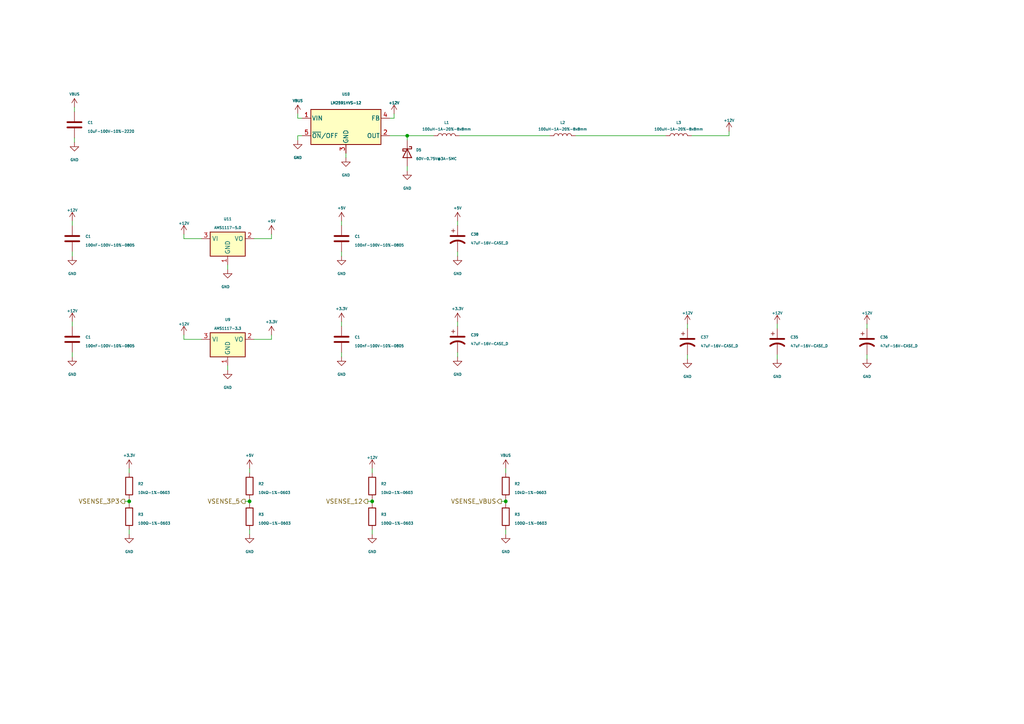
<source format=kicad_sch>
(kicad_sch (version 20230121) (generator eeschema)
  (paper "A4")
  (lib_symbols
    (symbol "Device:C" (pin_numbers hide) (pin_names (offset 0.254))
      (property "Reference" "C" (at 0.635 2.54 0))
      (property "Value" "C" (at 0.635 -2.54 0))
      (symbol "C_0_1"
        (polyline (pts (xy -2.032 -0.762) (xy 2.032 -0.762)) (stroke (width 0.508)))
        (polyline (pts (xy -2.032 0.762) (xy 2.032 0.762)) (stroke (width 0.508)))
      )
      (symbol "C_1_1"
        (pin passive line (at 0 3.81 270) (length 2.794) (name "~") (number "1"))
        (pin passive line (at 0 -3.81 90) (length 2.794) (name "~") (number "2"))
      )
    )
    (symbol "Device:C_Polarized_US" (pin_numbers hide) (pin_names (offset 0.254) hide)
      (property "Reference" "C" (at 0.635 2.54 0))
      (property "Value" "C_Polarized_US" (at 0.635 -2.54 0))
      (symbol "C_Polarized_US_0_1"
        (polyline (pts (xy -2.032 0.762) (xy 2.032 0.762)) (stroke (width 0.508)))
        (polyline (pts (xy -1.778 2.286) (xy -0.762 2.286)))
        (polyline (pts (xy -1.27 1.778) (xy -1.27 2.794)))
        (arc (start 2.032 -1.27) (mid 0 -0.5572) (end -2.032 -1.27) (stroke (width 0.508)))
      )
      (symbol "C_Polarized_US_1_1"
        (pin passive line (at 0 3.81 270) (length 2.794) (name "~") (number "1"))
        (pin passive line (at 0 -3.81 90) (length 3.302) (name "~") (number "2"))
      )
    )
    (symbol "Device:D_Schottky" (pin_numbers hide) (pin_names (offset 1.016) hide)
      (property "Reference" "D" (at 0 2.54 0))
      (property "Value" "D_Schottky" (at 0 -2.54 0))
      (symbol "D_Schottky_0_1"
        (polyline (pts (xy 1.27 0) (xy -1.27 0)))
        (polyline (pts (xy 1.27 1.27) (xy 1.27 -1.27) (xy -1.27 0) (xy 1.27 1.27)) (stroke (width 0.254)))
        (polyline (pts (xy -1.905 0.635) (xy -1.905 1.27) (xy -1.27 1.27) (xy -1.27 -1.27) (xy -0.635 -1.27) (xy -0.635 -0.635)) (stroke (width 0.254)))
      )
      (symbol "D_Schottky_1_1"
        (pin passive line (at -3.81 0 0) (length 2.54) (name "K") (number "1"))
        (pin passive line (at 3.81 0 180) (length 2.54) (name "A") (number "2"))
      )
    )
    (symbol "Device:L" (pin_numbers hide) (pin_names (offset 1.016) hide)
      (property "Reference" "L" (at -1.27 0 90))
      (property "Value" "L" (at 1.905 0 90))
      (symbol "L_0_1"
        (arc (start 0 -2.54) (mid 0.6323 -1.905) (end 0 -1.27))
        (arc (start 0 -1.27) (mid 0.6323 -0.635) (end 0 0))
        (arc (start 0 0) (mid 0.6323 0.635) (end 0 1.27))
        (arc (start 0 1.27) (mid 0.6323 1.905) (end 0 2.54))
      )
      (symbol "L_1_1"
        (pin passive line (at 0 3.81 270) (length 1.27) (name "1") (number "1"))
        (pin passive line (at 0 -3.81 90) (length 1.27) (name "2") (number "2"))
      )
    )
    (symbol "Device:R" (pin_numbers hide) (pin_names (offset 0))
      (property "Reference" "R" (at 2.032 0 90))
      (property "Value" "R" (at 0 0 90))
      (symbol "R_0_1"
        (rectangle (start -1.016 -2.54) (end 1.016 2.54) (stroke (width 0.254)))
      )
      (symbol "R_1_1"
        (pin passive line (at 0 3.81 270) (length 1.27) (name "~") (number "1"))
        (pin passive line (at 0 -3.81 90) (length 1.27) (name "~") (number "2"))
      )
    )
    (symbol "Regulator_Linear:AMS1117-3.3"
      (property "Reference" "U" (at -3.81 3.175 0))
      (property "Value" "AMS1117-3.3" (at 0 3.175 0))
      (symbol "AMS1117-3.3_0_1"
        (rectangle (start -5.08 -5.08) (end 5.08 1.905) (stroke (width 0.254)) (fill (type background)))
      )
      (symbol "AMS1117-3.3_1_1"
        (pin power_in line (at 0 -7.62 90) (length 2.54) (name "GND") (number "1"))
        (pin power_out line (at 7.62 0 180) (length 2.54) (name "VO") (number "2"))
        (pin power_in line (at -7.62 0 0) (length 2.54) (name "VI") (number "3"))
      )
    )
    (symbol "Regulator_Linear:AMS1117-5.0"
      (property "Reference" "U" (at -3.81 3.175 0))
      (property "Value" "AMS1117-5.0" (at 0 3.175 0))
      (symbol "AMS1117-5.0_0_1"
        (rectangle (start -5.08 -5.08) (end 5.08 1.905) (stroke (width 0.254)) (fill (type background)))
      )
      (symbol "AMS1117-5.0_1_1"
        (pin power_in line (at 0 -7.62 90) (length 2.54) (name "GND") (number "1"))
        (pin power_out line (at 7.62 0 180) (length 2.54) (name "VO") (number "2"))
        (pin power_in line (at -7.62 0 0) (length 2.54) (name "VI") (number "3"))
      )
    )
    (symbol "Regulator_Switching:LM2576HVS-12" (pin_names (offset 0.254))
      (property "Reference" "U" (at -10.16 6.35 0))
      (property "Value" "LM2576HVS-12" (at 0 6.35 0))
      (symbol "LM2576HVS-12_0_1"
        (rectangle (start -10.16 5.08) (end 10.16 -5.08) (stroke (width 0.254)) (fill (type background)))
      )
      (symbol "LM2576HVS-12_1_1"
        (pin power_in line (at -12.7 2.54 0) (length 2.54) (name "VIN") (number "1"))
        (pin output line (at 12.7 -2.54 180) (length 2.54) (name "OUT") (number "2"))
        (pin power_in line (at 0 -7.62 90) (length 2.54) (name "GND") (number "3"))
        (pin input line (at 12.7 2.54 180) (length 2.54) (name "FB") (number "4"))
        (pin input line (at -12.7 -2.54 0) (length 2.54) (name "~{ON}/OFF") (number "5"))
      )
    )
    (symbol "power:+12V" (power) (pin_names (offset 0))
      (property "Value" "+12V" (at 0 3.556 0))
      (symbol "+12V_0_1"
        (polyline (pts (xy -0.762 1.27) (xy 0 2.54)))
        (polyline (pts (xy 0 0) (xy 0 2.54)))
        (polyline (pts (xy 0 2.54) (xy 0.762 1.27)))
      )
      (symbol "+12V_1_1"
        (pin power_in line (at 0 0 90) (length 0) hide (name "+12V") (number "1"))
      )
    )
    (symbol "power:+3.3V" (power) (pin_names (offset 0))
      (property "Value" "+3.3V" (at 0 3.556 0))
      (symbol "+3.3V_0_1"
        (polyline (pts (xy -0.762 1.27) (xy 0 2.54)))
        (polyline (pts (xy 0 0) (xy 0 2.54)))
        (polyline (pts (xy 0 2.54) (xy 0.762 1.27)))
      )
      (symbol "+3.3V_1_1"
        (pin power_in line (at 0 0 90) (length 0) hide (name "+3.3V") (number "1"))
      )
    )
    (symbol "power:+5V" (power) (pin_names (offset 0))
      (property "Value" "+5V" (at 0 3.556 0))
      (symbol "+5V_0_1"
        (polyline (pts (xy -0.762 1.27) (xy 0 2.54)))
        (polyline (pts (xy 0 0) (xy 0 2.54)))
        (polyline (pts (xy 0 2.54) (xy 0.762 1.27)))
      )
      (symbol "+5V_1_1"
        (pin power_in line (at 0 0 90) (length 0) hide (name "+5V") (number "1"))
      )
    )
    (symbol "power:GND" (power) (pin_names (offset 0))
      (property "Value" "GND" (at 0 -3.81 0))
      (symbol "GND_0_1"
        (polyline (pts (xy 0 0) (xy 0 -1.27) (xy 1.27 -1.27) (xy 0 -2.54) (xy -1.27 -1.27) (xy 0 -1.27)))
      )
      (symbol "GND_1_1"
        (pin power_in line (at 0 0 270) (length 0) hide (name "GND") (number "1"))
      )
    )
    (symbol "power:VBUS" (power) (pin_names (offset 0))
      (property "Value" "VBUS" (at 0 3.81 0))
      (symbol "VBUS_0_1"
        (polyline (pts (xy -0.762 1.27) (xy 0 2.54)))
        (polyline (pts (xy 0 0) (xy 0 2.54)))
        (polyline (pts (xy 0 2.54) (xy 0.762 1.27)))
      )
      (symbol "VBUS_1_1"
        (pin power_in line (at 0 0 90) (length 0) hide (name "VBUS") (number "1"))
      )
    )
  )
  (junction (at 146.685 145.415))
  (junction (at 107.95 145.415))
  (junction (at 118.11 39.37))
  (junction (at 37.465 145.415))
  (junction (at 72.39 145.415))
  (wire (pts (xy 66.04 106.045) (xy 66.04 107.315)))
  (wire (pts (xy 78.74 97.155) (xy 78.74 98.425)))
  (wire (pts (xy 132.715 93.345) (xy 132.715 94.615)))
  (wire (pts (xy 86.36 33.02) (xy 86.36 34.29)))
  (wire (pts (xy 66.04 76.835) (xy 66.04 78.105)))
  (wire (pts (xy 86.36 39.37) (xy 86.36 40.64)))
  (wire (pts (xy 86.36 34.29) (xy 87.63 34.29)))
  (wire (pts (xy 114.3 34.29) (xy 113.03 34.29)))
  (wire (pts (xy 167.005 39.37) (xy 193.04 39.37)))
  (wire (pts (xy 99.06 64.135) (xy 99.06 65.405)))
  (wire (pts (xy 37.465 135.89) (xy 37.465 137.16)))
  (wire (pts (xy 146.685 144.78) (xy 146.685 145.415)))
  (wire (pts (xy 118.11 40.64) (xy 118.11 39.37)))
  (wire (pts (xy 133.35 39.37) (xy 159.385 39.37)))
  (wire (pts (xy 72.39 145.415) (xy 72.39 146.05)))
  (wire (pts (xy 21.59 40.005) (xy 21.59 41.275)))
  (wire (pts (xy 118.11 39.37) (xy 113.03 39.37)))
  (wire (pts (xy 107.95 135.89) (xy 107.95 137.16)))
  (wire (pts (xy 53.34 67.945) (xy 53.34 69.215)))
  (wire (pts (xy 107.95 144.78) (xy 107.95 145.415)))
  (wire (pts (xy 20.955 73.025) (xy 20.955 74.295)))
  (wire (pts (xy 146.685 145.415) (xy 146.685 146.05)))
  (wire (pts (xy 20.955 93.345) (xy 20.955 94.615)))
  (wire (pts (xy 114.3 33.02) (xy 114.3 34.29)))
  (wire (pts (xy 71.12 145.415) (xy 72.39 145.415)))
  (wire (pts (xy 86.36 39.37) (xy 87.63 39.37)))
  (wire (pts (xy 78.74 67.945) (xy 78.74 69.215)))
  (wire (pts (xy 20.955 102.235) (xy 20.955 103.505)))
  (wire (pts (xy 251.46 102.87) (xy 251.46 104.14)))
  (wire (pts (xy 145.415 145.415) (xy 146.685 145.415)))
  (wire (pts (xy 73.66 69.215) (xy 78.74 69.215)))
  (wire (pts (xy 21.59 31.115) (xy 21.59 32.385)))
  (wire (pts (xy 118.11 48.26) (xy 118.11 49.53)))
  (wire (pts (xy 100.33 44.45) (xy 100.33 45.72)))
  (wire (pts (xy 36.195 145.415) (xy 37.465 145.415)))
  (wire (pts (xy 251.46 93.98) (xy 251.46 95.25)))
  (wire (pts (xy 72.39 135.89) (xy 72.39 137.16)))
  (wire (pts (xy 106.68 145.415) (xy 107.95 145.415)))
  (wire (pts (xy 53.34 98.425) (xy 58.42 98.425)))
  (wire (pts (xy 107.95 145.415) (xy 107.95 146.05)))
  (wire (pts (xy 37.465 144.78) (xy 37.465 145.415)))
  (wire (pts (xy 72.39 153.67) (xy 72.39 154.94)))
  (wire (pts (xy 146.685 135.89) (xy 146.685 137.16)))
  (wire (pts (xy 200.66 39.37) (xy 211.455 39.37)))
  (wire (pts (xy 118.11 39.37) (xy 125.73 39.37)))
  (wire (pts (xy 99.06 73.025) (xy 99.06 74.295)))
  (wire (pts (xy 225.425 93.98) (xy 225.425 95.25)))
  (wire (pts (xy 37.465 145.415) (xy 37.465 146.05)))
  (wire (pts (xy 72.39 144.78) (xy 72.39 145.415)))
  (wire (pts (xy 211.455 38.1) (xy 211.455 39.37)))
  (wire (pts (xy 53.34 97.155) (xy 53.34 98.425)))
  (wire (pts (xy 146.685 153.67) (xy 146.685 154.94)))
  (wire (pts (xy 132.715 64.135) (xy 132.715 65.405)))
  (wire (pts (xy 132.715 73.025) (xy 132.715 74.295)))
  (wire (pts (xy 53.34 69.215) (xy 58.42 69.215)))
  (wire (pts (xy 37.465 153.67) (xy 37.465 154.94)))
  (wire (pts (xy 99.06 102.235) (xy 99.06 103.505)))
  (wire (pts (xy 107.95 153.67) (xy 107.95 154.94)))
  (wire (pts (xy 20.955 64.135) (xy 20.955 65.405)))
  (wire (pts (xy 73.66 98.425) (xy 78.74 98.425)))
  (wire (pts (xy 199.39 102.87) (xy 199.39 104.14)))
  (wire (pts (xy 99.06 93.345) (xy 99.06 94.615)))
  (wire (pts (xy 199.39 93.98) (xy 199.39 95.25)))
  (wire (pts (xy 132.715 102.235) (xy 132.715 103.505)))
  (wire (pts (xy 225.425 102.87) (xy 225.425 104.14)))
  (hierarchical_label "VSENSE_3P3" (shape output) (at 36.195 145.415 180))
  (hierarchical_label "VSENSE_12" (shape output) (at 106.68 145.415 180))
  (hierarchical_label "VSENSE_5" (shape output) (at 71.12 145.415 180))
  (hierarchical_label "VSENSE_VBUS" (shape output) (at 145.415 145.415 180))
  (symbol (lib_id "power:+12V") (at 225.425 93.98 0) (unit 1)
    (property "Reference" "#PWR08" (effects hide))
    (property "Value" "+12V" (at 225.425 90.805 0) (effects (font (size 0.75 0.75))))
    (instances (project "Knockoff Inverter" (path "" (reference "#PWR08") (unit 1)) (path "" (reference "#PWR029") (unit 1)) (path "" (reference "#PWR0107") (unit 1))))
  )
  (symbol (lib_id "power:+5V") (at 99.06 64.135 0) (unit 1)
    (property "Reference" "#PWR046" (effects hide))
    (property "Value" "+5V" (at 99.06 60.325 0) (effects (font (size 0.75 0.75))))
    (instances (project "Knockoff Inverter" (path "" (reference "#PWR046") (unit 1)) (path "" (reference "#PWR080") (unit 1)) (path "" (reference "#PWR0106") (unit 1))))
  )
  (symbol (lib_id "Device:L") (at 196.85 39.37 90) (unit 1)
    (property "Reference" "L3" (at 196.85 35.56 90) (effects (font (size 0.75 0.75))))
    (property "Value" "100uH-1A-20%-8x8mm" (at 196.85 37.465 90) (effects (font (size 0.75 0.75))))
    (property "Footprint" "Inductor_SMD:L_Sunlord_SWPA8040S" (effects hide))
    (property "LCSC" "C83468" (effects hide))
  )
  (symbol (lib_id "power:+12V") (at 251.46 93.98 0) (unit 1)
    (property "Reference" "#PWR08" (effects hide))
    (property "Value" "+12V" (at 251.46 90.805 0) (effects (font (size 0.75 0.75))))
    (instances (project "Knockoff Inverter" (path "" (reference "#PWR08") (unit 1)) (path "" (reference "#PWR029") (unit 1)) (path "" (reference "#PWR0109") (unit 1))))
  )
  (symbol (lib_id "power:VBUS") (at 86.36 33.02 0) (unit 1)
    (property "Reference" "#PWR016" (effects hide))
    (property "Value" "VBUS" (at 86.36 29.21 0) (effects (font (size 0.75 0.75))))
    (instances (project "Knockoff Inverter" (path "" (reference "#PWR016") (unit 1)) (path "" (reference "#PWR083") (unit 1))))
  )
  (symbol (lib_id "power:+5V") (at 132.715 64.135 0) (unit 1)
    (property "Reference" "#PWR046" (effects hide))
    (property "Value" "+5V" (at 132.715 60.325 0) (effects (font (size 0.75 0.75))))
    (instances (project "Knockoff Inverter" (path "" (reference "#PWR046") (unit 1)) (path "" (reference "#PWR080") (unit 1)) (path "" (reference "#PWR0113") (unit 1))))
  )
  (symbol (lib_id "power:+3.3V") (at 99.06 93.345 0) (unit 1)
    (property "Reference" "#PWR07" (effects hide))
    (property "Value" "+3.3V" (at 99.06 89.535 0) (effects (font (size 0.75 0.75))))
    (instances (project "Knockoff Inverter" (path "" (reference "#PWR07") (unit 1)) (path "" (reference "#PWR027") (unit 1)) (path "" (reference "#PWR0105") (unit 1))))
  )
  (symbol (lib_id "Device:C") (at 20.955 98.425 180) (unit 1)
    (property "Reference" "C1" (at 24.765 97.79 0) (effects (font (size 0.75 0.75)) (justify right)))
    (property "Value" "100nF-100V-10%-0805" (at 24.765 100.33 0) (effects (font (size 0.75 0.75)) (justify right)))
    (property "Footprint" "Capacitor_SMD:C_0805_2012Metric" (effects hide))
    (property "Datasheet" "https://www.lcsc.com/product-detail/Multilayer-Ceramic-Capacitors-MLCC-SMD-SMT_Samsung-Electro-Mechanics-CL21B104KCFNNNE_C28233.html" (effects hide))
    (property "LCSC" "C28233" (effects hide))
    (instances (project "Knockoff Inverter" (path "" (reference "C1") (unit 1)) (path "" (reference "C3") (unit 1)) (path "" (reference "C33") (unit 1))))
  )
  (symbol (lib_id "power:GND") (at 37.465 154.94 0) (unit 1)
    (property "Reference" "#PWR05" (effects hide))
    (property "Value" "GND" (at 37.465 160.02 0) (effects (font (size 0.75 0.75))))
    (instances (project "Knockoff Inverter" (path "" (reference "#PWR05") (unit 1)) (path "" (reference "#PWR015") (unit 1)) (path "" (reference "#PWR026") (unit 1)) (path "" (reference "#PWR0119") (unit 1))))
  )
  (symbol (lib_id "power:+3.3V") (at 132.715 93.345 0) (unit 1)
    (property "Reference" "#PWR07" (effects hide))
    (property "Value" "+3.3V" (at 132.715 89.535 0) (effects (font (size 0.75 0.75))))
    (instances (project "Knockoff Inverter" (path "" (reference "#PWR07") (unit 1)) (path "" (reference "#PWR027") (unit 1)) (path "" (reference "#PWR0115") (unit 1))))
  )
  (symbol (lib_id "power:GND") (at 21.59 41.275 0) (unit 1)
    (property "Reference" "#PWR017" (effects hide))
    (property "Value" "GND" (at 21.59 46.355 0) (effects (font (size 0.75 0.75))))
    (instances (project "Knockoff Inverter" (path "" (reference "#PWR017") (unit 1)) (path "" (reference "#PWR088") (unit 1))))
  )
  (symbol (lib_id "Device:R") (at 72.39 149.86 0) (unit 1)
    (property "Reference" "R3" (at 74.93 149.225 0) (effects (font (size 0.75 0.75)) (justify left)))
    (property "Value" "100Ω-1%-0603" (at 74.93 151.765 0) (effects (font (size 0.75 0.75)) (justify left)))
    (property "Footprint" "Resistor_SMD:R_0603_1608Metric" (effects hide))
    (property "Datasheet" "0603WAF1000T5E" (effects hide))
    (property "LCSC" "C22775" (effects hide))
    (instances (project "Knockoff Inverter" (path "" (reference "R3") (unit 1)) (path "" (reference "R14") (unit 1)) (path "" (reference "R21") (unit 1))))
  )
  (symbol (lib_id "Device:C") (at 21.59 36.195 180) (unit 1)
    (property "Reference" "C1" (at 25.4 35.56 0) (effects (font (size 0.75 0.75)) (justify right)))
    (property "Value" "10uF-100V-10%-2220" (at 25.4 38.1 0) (effects (font (size 0.75 0.75)) (justify right)))
    (property "Footprint" "Capacitor_SMD:C_2220_5650Metric" (effects hide))
    (property "Datasheet" "https://www.lcsc.com/product-detail/Multilayer-Ceramic-Capacitors-MLCC-SMD-SMT_Samsung-Electro-Mechanics-CL21B104KCFNNNE_C28233.html" (effects hide))
    (property "LCSC" "C2843466" (effects hide))
    (instances (project "Knockoff Inverter" (path "" (reference "C1") (unit 1)) (path "" (reference "C4") (unit 1)) (path "" (reference "C30") (unit 1))))
  )
  (symbol (lib_id "power:VBUS") (at 21.59 31.115 0) (unit 1)
    (property "Reference" "#PWR016" (effects hide))
    (property "Value" "VBUS" (at 21.59 27.305 0) (effects (font (size 0.75 0.75))))
    (instances (project "Knockoff Inverter" (path "" (reference "#PWR016") (unit 1)) (path "" (reference "#PWR087") (unit 1))))
  )
  (symbol (lib_id "Device:L") (at 129.54 39.37 90) (unit 1)
    (property "Reference" "L1" (at 129.54 35.56 90) (effects (font (size 0.75 0.75))))
    (property "Value" "100uH-1A-20%-8x8mm" (at 129.54 37.465 90) (effects (font (size 0.75 0.75))))
    (property "Footprint" "Inductor_SMD:L_Sunlord_SWPA8040S" (effects hide))
    (property "LCSC" "C83468" (effects hide))
  )
  (symbol (lib_id "power:GND") (at 100.33 45.72 0) (unit 1)
    (property "Reference" "#PWR05" (effects hide))
    (property "Value" "GND" (at 100.33 50.8 0) (effects (font (size 0.75 0.75))))
    (instances (project "Knockoff Inverter" (path "" (reference "#PWR05") (unit 1)) (path "" (reference "#PWR015") (unit 1)) (path "" (reference "#PWR026") (unit 1)) (path "" (reference "#PWR082") (unit 1))))
  )
  (symbol (lib_id "power:GND") (at 99.06 103.505 0) (unit 1)
    (property "Reference" "#PWR017" (effects hide))
    (property "Value" "GND" (at 99.06 108.585 0) (effects (font (size 0.75 0.75))))
    (instances (project "Knockoff Inverter" (path "" (reference "#PWR017") (unit 1)) (path "" (reference "#PWR0101") (unit 1))))
  )
  (symbol (lib_id "Device:R") (at 107.95 149.86 0) (unit 1)
    (property "Reference" "R3" (at 110.49 149.225 0) (effects (font (size 0.75 0.75)) (justify left)))
    (property "Value" "100Ω-1%-0603" (at 110.49 151.765 0) (effects (font (size 0.75 0.75)) (justify left)))
    (property "Footprint" "Resistor_SMD:R_0603_1608Metric" (effects hide))
    (property "Datasheet" "0603WAF1000T5E" (effects hide))
    (property "LCSC" "C22775" (effects hide))
    (instances (project "Knockoff Inverter" (path "" (reference "R3") (unit 1)) (path "" (reference "R14") (unit 1)) (path "" (reference "R23") (unit 1))))
  )
  (symbol (lib_id "Device:C_Polarized_US") (at 132.715 69.215 0) (unit 1)
    (property "Reference" "C38" (at 136.525 67.945 0) (effects (font (size 0.75 0.75)) (justify left)))
    (property "Value" "47uF-16V-CASE_D" (at 136.525 70.485 0) (effects (font (size 0.75 0.75)) (justify left)))
    (property "Footprint" "Capacitor_Tantalum_SMD:CP_EIA-7343-31_Kemet-D" (effects hide))
    (property "LCSC" "C7227" (effects hide))
  )
  (symbol (lib_id "Device:R") (at 107.95 140.97 0) (unit 1)
    (property "Reference" "R2" (at 110.49 140.335 0) (effects (font (size 0.75 0.75)) (justify left)))
    (property "Value" "10kΩ-1%-0603" (at 110.49 142.875 0) (effects (font (size 0.75 0.75)) (justify left)))
    (property "Footprint" "Resistor_SMD:R_0603_1608Metric" (effects hide))
    (property "Datasheet" "0603WAF1002T5E" (effects hide))
    (property "LCSC" "C25197" (effects hide))
    (instances (project "Knockoff Inverter" (path "" (reference "R2") (unit 1)) (path "" (reference "R2") (unit 1)) (path "" (reference "R22") (unit 1))))
  )
  (symbol (lib_id "Device:R") (at 72.39 140.97 0) (unit 1)
    (property "Reference" "R2" (at 74.93 140.335 0) (effects (font (size 0.75 0.75)) (justify left)))
    (property "Value" "10kΩ-1%-0603" (at 74.93 142.875 0) (effects (font (size 0.75 0.75)) (justify left)))
    (property "Footprint" "Resistor_SMD:R_0603_1608Metric" (effects hide))
    (property "Datasheet" "0603WAF1002T5E" (effects hide))
    (property "LCSC" "C25197" (effects hide))
    (instances (project "Knockoff Inverter" (path "" (reference "R2") (unit 1)) (path "" (reference "R2") (unit 1)) (path "" (reference "R20") (unit 1))))
  )
  (symbol (lib_id "Device:C") (at 99.06 98.425 180) (unit 1)
    (property "Reference" "C1" (at 102.87 97.79 0) (effects (font (size 0.75 0.75)) (justify right)))
    (property "Value" "100nF-100V-10%-0805" (at 102.87 100.33 0) (effects (font (size 0.75 0.75)) (justify right)))
    (property "Footprint" "Capacitor_SMD:C_0805_2012Metric" (effects hide))
    (property "Datasheet" "https://www.lcsc.com/product-detail/Multilayer-Ceramic-Capacitors-MLCC-SMD-SMT_Samsung-Electro-Mechanics-CL21B104KCFNNNE_C28233.html" (effects hide))
    (property "LCSC" "C28233" (effects hide))
    (instances (project "Knockoff Inverter" (path "" (reference "C1") (unit 1)) (path "" (reference "C3") (unit 1)) (path "" (reference "C34") (unit 1))))
  )
  (symbol (lib_id "Device:C_Polarized_US") (at 225.425 99.06 0) (unit 1)
    (property "Reference" "C35" (at 229.235 97.79 0) (effects (font (size 0.75 0.75)) (justify left)))
    (property "Value" "47uF-16V-CASE_D" (at 229.235 100.33 0) (effects (font (size 0.75 0.75)) (justify left)))
    (property "Footprint" "Capacitor_Tantalum_SMD:CP_EIA-7343-31_Kemet-D" (effects hide))
    (property "LCSC" "C7227" (effects hide))
  )
  (symbol (lib_id "Device:C_Polarized_US") (at 199.39 99.06 0) (unit 1)
    (property "Reference" "C37" (at 203.2 97.79 0) (effects (font (size 0.75 0.75)) (justify left)))
    (property "Value" "47uF-16V-CASE_D" (at 203.2 100.33 0) (effects (font (size 0.75 0.75)) (justify left)))
    (property "Footprint" "Capacitor_Tantalum_SMD:CP_EIA-7343-31_Kemet-D" (effects hide))
    (property "LCSC" "C7227" (effects hide))
  )
  (symbol (lib_id "power:+3.3V") (at 37.465 135.89 0) (unit 1)
    (property "Reference" "#PWR07" (effects hide))
    (property "Value" "+3.3V" (at 37.465 132.08 0) (effects (font (size 0.75 0.75))))
    (instances (project "Knockoff Inverter" (path "" (reference "#PWR07") (unit 1)) (path "" (reference "#PWR027") (unit 1)) (path "" (reference "#PWR0118") (unit 1))))
  )
  (symbol (lib_id "power:GND") (at 251.46 104.14 0) (unit 1)
    (property "Reference" "#PWR05" (effects hide))
    (property "Value" "GND" (at 251.46 109.22 0) (effects (font (size 0.75 0.75))))
    (instances (project "Knockoff Inverter" (path "" (reference "#PWR05") (unit 1)) (path "" (reference "#PWR015") (unit 1)) (path "" (reference "#PWR026") (unit 1)) (path "" (reference "#PWR0110") (unit 1))))
  )
  (symbol (lib_id "power:GND") (at 66.04 107.315 0) (unit 1)
    (property "Reference" "#PWR05" (effects hide))
    (property "Value" "GND" (at 66.04 112.395 0) (effects (font (size 0.75 0.75))))
    (instances (project "Knockoff Inverter" (path "" (reference "#PWR05") (unit 1)) (path "" (reference "#PWR015") (unit 1)) (path "" (reference "#PWR026") (unit 1)) (path "" (reference "#PWR098") (unit 1))))
  )
  (symbol (lib_id "power:GND") (at 118.11 49.53 0) (unit 1)
    (property "Reference" "#PWR05" (effects hide))
    (property "Value" "GND" (at 118.11 54.61 0) (effects (font (size 0.75 0.75))))
    (instances (project "Knockoff Inverter" (path "" (reference "#PWR05") (unit 1)) (path "" (reference "#PWR015") (unit 1)) (path "" (reference "#PWR026") (unit 1)) (path "" (reference "#PWR085") (unit 1))))
  )
  (symbol (lib_id "Device:R") (at 37.465 149.86 0) (unit 1)
    (property "Reference" "R3" (at 40.005 149.225 0) (effects (font (size 0.75 0.75)) (justify left)))
    (property "Value" "100Ω-1%-0603" (at 40.005 151.765 0) (effects (font (size 0.75 0.75)) (justify left)))
    (property "Footprint" "Resistor_SMD:R_0603_1608Metric" (effects hide))
    (property "Datasheet" "0603WAF1000T5E" (effects hide))
    (property "LCSC" "C22775" (effects hide))
    (instances (project "Knockoff Inverter" (path "" (reference "R3") (unit 1)) (path "" (reference "R14") (unit 1)) (path "" (reference "R18") (unit 1))))
  )
  (symbol (lib_id "power:GND") (at 199.39 104.14 0) (unit 1)
    (property "Reference" "#PWR05" (effects hide))
    (property "Value" "GND" (at 199.39 109.22 0) (effects (font (size 0.75 0.75))))
    (instances (project "Knockoff Inverter" (path "" (reference "#PWR05") (unit 1)) (path "" (reference "#PWR015") (unit 1)) (path "" (reference "#PWR026") (unit 1)) (path "" (reference "#PWR0112") (unit 1))))
  )
  (symbol (lib_id "power:+5V") (at 78.74 67.945 0) (unit 1)
    (property "Reference" "#PWR046" (effects hide))
    (property "Value" "+5V" (at 78.74 64.135 0) (effects (font (size 0.75 0.75))))
    (instances (project "Knockoff Inverter" (path "" (reference "#PWR046") (unit 1)) (path "" (reference "#PWR080") (unit 1)) (path "" (reference "#PWR096") (unit 1))))
  )
  (symbol (lib_id "power:+12V") (at 20.955 64.135 0) (unit 1)
    (property "Reference" "#PWR08" (effects hide))
    (property "Value" "+12V" (at 20.955 60.96 0) (effects (font (size 0.75 0.75))))
    (instances (project "Knockoff Inverter" (path "" (reference "#PWR08") (unit 1)) (path "" (reference "#PWR029") (unit 1)) (path "" (reference "#PWR0103") (unit 1))))
  )
  (symbol (lib_id "power:+3.3V") (at 78.74 97.155 0) (unit 1)
    (property "Reference" "#PWR07" (effects hide))
    (property "Value" "+3.3V" (at 78.74 93.345 0) (effects (font (size 0.75 0.75))))
    (instances (project "Knockoff Inverter" (path "" (reference "#PWR07") (unit 1)) (path "" (reference "#PWR027") (unit 1)) (path "" (reference "#PWR095") (unit 1))))
  )
  (symbol (lib_id "Regulator_Linear:AMS1117-5.0") (at 66.04 69.215 0) (unit 1)
    (property "Reference" "U11" (at 66.04 63.5 0) (effects (font (size 0.75 0.75))))
    (property "Value" "AMS1117-5.0" (at 66.04 66.04 0) (effects (font (size 0.75 0.75))))
    (property "Footprint" "Package_TO_SOT_SMD:SOT-223-3_TabPin2" (effects hide))
    (property "Datasheet" "http://www.advanced-monolithic.com/pdf/ds1117.pdf" (effects hide))
    (property "LCSC" "C6187" (effects hide))
  )
  (symbol (lib_id "Regulator_Switching:LM2576HVS-12") (at 100.33 36.83 0) (unit 1)
    (property "Reference" "U10" (at 100.33 27.305 0) (effects (font (size 0.75 0.75))))
    (property "Value" "LM2591HVS-12" (at 100.33 29.845 0) (effects (font (size 0.75 0.75))))
    (property "Footprint" "Package_TO_SOT_SMD:TO-263-5_TabPin3" (effects hide))
    (property "Datasheet" "http://www.ti.com/lit/ds/symlink/lm2576.pdf" (effects hide))
    (property "LCSC" "C434500" (effects hide))
  )
  (symbol (lib_id "power:GND") (at 86.36 40.64 0) (unit 1)
    (property "Reference" "#PWR05" (effects hide))
    (property "Value" "GND" (at 86.36 45.72 0) (effects (font (size 0.75 0.75))))
    (instances (project "Knockoff Inverter" (path "" (reference "#PWR05") (unit 1)) (path "" (reference "#PWR015") (unit 1)) (path "" (reference "#PWR026") (unit 1)) (path "" (reference "#PWR086") (unit 1))))
  )
  (symbol (lib_id "power:GND") (at 72.39 154.94 0) (unit 1)
    (property "Reference" "#PWR05" (effects hide))
    (property "Value" "GND" (at 72.39 160.02 0) (effects (font (size 0.75 0.75))))
    (instances (project "Knockoff Inverter" (path "" (reference "#PWR05") (unit 1)) (path "" (reference "#PWR015") (unit 1)) (path "" (reference "#PWR026") (unit 1)) (path "" (reference "#PWR0121") (unit 1))))
  )
  (symbol (lib_id "power:+12V") (at 199.39 93.98 0) (unit 1)
    (property "Reference" "#PWR08" (effects hide))
    (property "Value" "+12V" (at 199.39 90.805 0) (effects (font (size 0.75 0.75))))
    (instances (project "Knockoff Inverter" (path "" (reference "#PWR08") (unit 1)) (path "" (reference "#PWR029") (unit 1)) (path "" (reference "#PWR0111") (unit 1))))
  )
  (symbol (lib_id "power:VBUS") (at 146.685 135.89 0) (unit 1)
    (property "Reference" "#PWR016" (effects hide))
    (property "Value" "VBUS" (at 146.685 132.08 0) (effects (font (size 0.75 0.75))))
    (instances (project "Knockoff Inverter" (path "" (reference "#PWR016") (unit 1)) (path "" (reference "#PWR0124") (unit 1))))
  )
  (symbol (lib_id "Device:R") (at 146.685 140.97 0) (unit 1)
    (property "Reference" "R2" (at 149.225 140.335 0) (effects (font (size 0.75 0.75)) (justify left)))
    (property "Value" "10kΩ-1%-0603" (at 149.225 142.875 0) (effects (font (size 0.75 0.75)) (justify left)))
    (property "Footprint" "Resistor_SMD:R_0603_1608Metric" (effects hide))
    (property "Datasheet" "0603WAF1002T5E" (effects hide))
    (property "LCSC" "C25197" (effects hide))
    (instances (project "Knockoff Inverter" (path "" (reference "R2") (unit 1)) (path "" (reference "R2") (unit 1)) (path "" (reference "R24") (unit 1))))
  )
  (symbol (lib_id "power:GND") (at 20.955 74.295 0) (unit 1)
    (property "Reference" "#PWR017" (effects hide))
    (property "Value" "GND" (at 20.955 79.375 0) (effects (font (size 0.75 0.75))))
    (instances (project "Knockoff Inverter" (path "" (reference "#PWR017") (unit 1)) (path "" (reference "#PWR0100") (unit 1))))
  )
  (symbol (lib_id "Device:C_Polarized_US") (at 251.46 99.06 0) (unit 1)
    (property "Reference" "C36" (at 255.27 97.79 0) (effects (font (size 0.75 0.75)) (justify left)))
    (property "Value" "47uF-16V-CASE_D" (at 255.27 100.33 0) (effects (font (size 0.75 0.75)) (justify left)))
    (property "Footprint" "Capacitor_Tantalum_SMD:CP_EIA-7343-31_Kemet-D" (effects hide))
    (property "LCSC" "C7227" (effects hide))
  )
  (symbol (lib_id "power:GND") (at 107.95 154.94 0) (unit 1)
    (property "Reference" "#PWR05" (effects hide))
    (property "Value" "GND" (at 107.95 160.02 0) (effects (font (size 0.75 0.75))))
    (instances (project "Knockoff Inverter" (path "" (reference "#PWR05") (unit 1)) (path "" (reference "#PWR015") (unit 1)) (path "" (reference "#PWR026") (unit 1)) (path "" (reference "#PWR0123") (unit 1))))
  )
  (symbol (lib_id "Device:C") (at 99.06 69.215 180) (unit 1)
    (property "Reference" "C1" (at 102.87 68.58 0) (effects (font (size 0.75 0.75)) (justify right)))
    (property "Value" "100nF-100V-10%-0805" (at 102.87 71.12 0) (effects (font (size 0.75 0.75)) (justify right)))
    (property "Footprint" "Capacitor_SMD:C_0805_2012Metric" (effects hide))
    (property "Datasheet" "https://www.lcsc.com/product-detail/Multilayer-Ceramic-Capacitors-MLCC-SMD-SMT_Samsung-Electro-Mechanics-CL21B104KCFNNNE_C28233.html" (effects hide))
    (property "LCSC" "C28233" (effects hide))
    (instances (project "Knockoff Inverter" (path "" (reference "C1") (unit 1)) (path "" (reference "C3") (unit 1)) (path "" (reference "C32") (unit 1))))
  )
  (symbol (lib_id "Device:D_Schottky") (at 118.11 44.45 270) (unit 1)
    (property "Reference" "D5" (at 120.65 43.4975 90) (effects (font (size 0.75 0.75)) (justify left)))
    (property "Value" "60V-0.75V@3A-SMC" (at 120.65 46.0375 90) (effects (font (size 0.75 0.75)) (justify left)))
    (property "Footprint" "Diode_SMD:D_SMC" (effects hide))
    (property "LCSC" "C35722" (effects hide))
  )
  (symbol (lib_id "power:GND") (at 132.715 74.295 0) (unit 1)
    (property "Reference" "#PWR05" (effects hide))
    (property "Value" "GND" (at 132.715 79.375 0) (effects (font (size 0.75 0.75))))
    (instances (project "Knockoff Inverter" (path "" (reference "#PWR05") (unit 1)) (path "" (reference "#PWR015") (unit 1)) (path "" (reference "#PWR026") (unit 1)) (path "" (reference "#PWR0114") (unit 1))))
  )
  (symbol (lib_id "power:+12V") (at 107.95 135.89 0) (unit 1)
    (property "Reference" "#PWR08" (effects hide))
    (property "Value" "+12V" (at 107.95 132.715 0) (effects (font (size 0.75 0.75))))
    (instances (project "Knockoff Inverter" (path "" (reference "#PWR08") (unit 1)) (path "" (reference "#PWR029") (unit 1)) (path "" (reference "#PWR0122") (unit 1))))
  )
  (symbol (lib_id "power:GND") (at 225.425 104.14 0) (unit 1)
    (property "Reference" "#PWR05" (effects hide))
    (property "Value" "GND" (at 225.425 109.22 0) (effects (font (size 0.75 0.75))))
    (instances (project "Knockoff Inverter" (path "" (reference "#PWR05") (unit 1)) (path "" (reference "#PWR015") (unit 1)) (path "" (reference "#PWR026") (unit 1)) (path "" (reference "#PWR0108") (unit 1))))
  )
  (symbol (lib_id "Device:C_Polarized_US") (at 132.715 98.425 0) (unit 1)
    (property "Reference" "C39" (at 136.525 97.155 0) (effects (font (size 0.75 0.75)) (justify left)))
    (property "Value" "47uF-16V-CASE_D" (at 136.525 99.695 0) (effects (font (size 0.75 0.75)) (justify left)))
    (property "Footprint" "Capacitor_Tantalum_SMD:CP_EIA-7343-31_Kemet-D" (effects hide))
    (property "LCSC" "C7227" (effects hide))
  )
  (symbol (lib_id "power:+12V") (at 211.455 38.1 0) (unit 1)
    (property "Reference" "#PWR08" (effects hide))
    (property "Value" "+12V" (at 211.455 34.925 0) (effects (font (size 0.75 0.75))))
    (instances (project "Knockoff Inverter" (path "" (reference "#PWR08") (unit 1)) (path "" (reference "#PWR029") (unit 1)) (path "" (reference "#PWR093") (unit 1))))
  )
  (symbol (lib_id "power:+12V") (at 53.34 67.945 0) (unit 1)
    (property "Reference" "#PWR08" (effects hide))
    (property "Value" "+12V" (at 53.34 64.77 0) (effects (font (size 0.75 0.75))))
    (instances (project "Knockoff Inverter" (path "" (reference "#PWR08") (unit 1)) (path "" (reference "#PWR029") (unit 1)) (path "" (reference "#PWR094") (unit 1))))
  )
  (symbol (lib_id "Regulator_Linear:AMS1117-3.3") (at 66.04 98.425 0) (unit 1)
    (property "Reference" "U9" (at 66.04 92.71 0) (effects (font (size 0.75 0.75))))
    (property "Value" "AMS1117-3.3" (at 66.04 95.25 0) (effects (font (size 0.75 0.75))))
    (property "Footprint" "Package_TO_SOT_SMD:SOT-223-3_TabPin2" (effects hide))
    (property "Datasheet" "http://www.advanced-monolithic.com/pdf/ds1117.pdf" (effects hide))
    (property "LCSC" "C6186" (effects hide))
  )
  (symbol (lib_id "power:+12V") (at 53.34 97.155 0) (unit 1)
    (property "Reference" "#PWR08" (effects hide))
    (property "Value" "+12V" (at 53.34 93.98 0) (effects (font (size 0.75 0.75))))
    (instances (project "Knockoff Inverter" (path "" (reference "#PWR08") (unit 1)) (path "" (reference "#PWR029") (unit 1)) (path "" (reference "#PWR084") (unit 1))))
  )
  (symbol (lib_id "Device:L") (at 163.195 39.37 90) (unit 1)
    (property "Reference" "L2" (at 163.195 35.56 90) (effects (font (size 0.75 0.75))))
    (property "Value" "100uH-1A-20%-8x8mm" (at 163.195 37.465 90) (effects (font (size 0.75 0.75))))
    (property "Footprint" "Inductor_SMD:L_Sunlord_SWPA8040S" (effects hide))
    (property "LCSC" "C83468" (effects hide))
  )
  (symbol (lib_id "power:GND") (at 146.685 154.94 0) (unit 1)
    (property "Reference" "#PWR05" (effects hide))
    (property "Value" "GND" (at 146.685 160.02 0) (effects (font (size 0.75 0.75))))
    (instances (project "Knockoff Inverter" (path "" (reference "#PWR05") (unit 1)) (path "" (reference "#PWR015") (unit 1)) (path "" (reference "#PWR026") (unit 1)) (path "" (reference "#PWR0125") (unit 1))))
  )
  (symbol (lib_id "power:GND") (at 99.06 74.295 0) (unit 1)
    (property "Reference" "#PWR017" (effects hide))
    (property "Value" "GND" (at 99.06 79.375 0) (effects (font (size 0.75 0.75))))
    (instances (project "Knockoff Inverter" (path "" (reference "#PWR017") (unit 1)) (path "" (reference "#PWR0102") (unit 1))))
  )
  (symbol (lib_id "power:GND") (at 132.715 103.505 0) (unit 1)
    (property "Reference" "#PWR05" (effects hide))
    (property "Value" "GND" (at 132.715 108.585 0) (effects (font (size 0.75 0.75))))
    (instances (project "Knockoff Inverter" (path "" (reference "#PWR05") (unit 1)) (path "" (reference "#PWR015") (unit 1)) (path "" (reference "#PWR026") (unit 1)) (path "" (reference "#PWR0116") (unit 1))))
  )
  (symbol (lib_id "power:+12V") (at 20.955 93.345 0) (unit 1)
    (property "Reference" "#PWR08" (effects hide))
    (property "Value" "+12V" (at 20.955 90.17 0) (effects (font (size 0.75 0.75))))
    (instances (project "Knockoff Inverter" (path "" (reference "#PWR08") (unit 1)) (path "" (reference "#PWR029") (unit 1)) (path "" (reference "#PWR0104") (unit 1))))
  )
  (symbol (lib_id "Device:R") (at 37.465 140.97 0) (unit 1)
    (property "Reference" "R2" (at 40.005 140.335 0) (effects (font (size 0.75 0.75)) (justify left)))
    (property "Value" "10kΩ-1%-0603" (at 40.005 142.875 0) (effects (font (size 0.75 0.75)) (justify left)))
    (property "Footprint" "Resistor_SMD:R_0603_1608Metric" (effects hide))
    (property "Datasheet" "0603WAF1002T5E" (effects hide))
    (property "LCSC" "C25197" (effects hide))
    (instances (project "Knockoff Inverter" (path "" (reference "R2") (unit 1)) (path "" (reference "R2") (unit 1)) (path "" (reference "R19") (unit 1))))
  )
  (symbol (lib_id "power:GND") (at 66.04 78.105 0) (unit 1)
    (property "Reference" "#PWR05" (effects hide))
    (property "Value" "GND" (at 65.405 83.185 0) (effects (font (size 0.75 0.75))))
    (instances (project "Knockoff Inverter" (path "" (reference "#PWR05") (unit 1)) (path "" (reference "#PWR015") (unit 1)) (path "" (reference "#PWR026") (unit 1)) (path "" (reference "#PWR097") (unit 1))))
  )
  (symbol (lib_id "Device:R") (at 146.685 149.86 0) (unit 1)
    (property "Reference" "R3" (at 149.225 149.225 0) (effects (font (size 0.75 0.75)) (justify left)))
    (property "Value" "100Ω-1%-0603" (at 149.225 151.765 0) (effects (font (size 0.75 0.75)) (justify left)))
    (property "Footprint" "Resistor_SMD:R_0603_1608Metric" (effects hide))
    (property "Datasheet" "0603WAF1000T5E" (effects hide))
    (property "LCSC" "C22775" (effects hide))
    (instances (project "Knockoff Inverter" (path "" (reference "R3") (unit 1)) (path "" (reference "R14") (unit 1)) (path "" (reference "R25") (unit 1))))
  )
  (symbol (lib_id "power:+5V") (at 72.39 135.89 0) (unit 1)
    (property "Reference" "#PWR046" (effects hide))
    (property "Value" "+5V" (at 72.39 132.08 0) (effects (font (size 0.75 0.75))))
    (instances (project "Knockoff Inverter" (path "" (reference "#PWR046") (unit 1)) (path "" (reference "#PWR080") (unit 1)) (path "" (reference "#PWR0120") (unit 1))))
  )
  (symbol (lib_id "power:GND") (at 20.955 103.505 0) (unit 1)
    (property "Reference" "#PWR017" (effects hide))
    (property "Value" "GND" (at 20.955 108.585 0) (effects (font (size 0.75 0.75))))
    (instances (project "Knockoff Inverter" (path "" (reference "#PWR017") (unit 1)) (path "" (reference "#PWR099") (unit 1))))
  )
  (symbol (lib_id "Device:C") (at 20.955 69.215 180) (unit 1)
    (property "Reference" "C1" (at 24.765 68.58 0) (effects (font (size 0.75 0.75)) (justify right)))
    (property "Value" "100nF-100V-10%-0805" (at 24.765 71.12 0) (effects (font (size 0.75 0.75)) (justify right)))
    (property "Footprint" "Capacitor_SMD:C_0805_2012Metric" (effects hide))
    (property "Datasheet" "https://www.lcsc.com/product-detail/Multilayer-Ceramic-Capacitors-MLCC-SMD-SMT_Samsung-Electro-Mechanics-CL21B104KCFNNNE_C28233.html" (effects hide))
    (property "LCSC" "C28233" (effects hide))
    (instances (project "Knockoff Inverter" (path "" (reference "C1") (unit 1)) (path "" (reference "C3") (unit 1)) (path "" (reference "C31") (unit 1))))
  )
  (symbol (lib_id "power:+12V") (at 114.3 33.02 0) (unit 1)
    (property "Reference" "#PWR08" (effects hide))
    (property "Value" "+12V" (at 114.3 29.845 0) (effects (font (size 0.75 0.75))))
    (instances (project "Knockoff Inverter" (path "" (reference "#PWR08") (unit 1)) (path "" (reference "#PWR029") (unit 1)) (path "" (reference "#PWR092") (unit 1))))
  )
)
</source>
